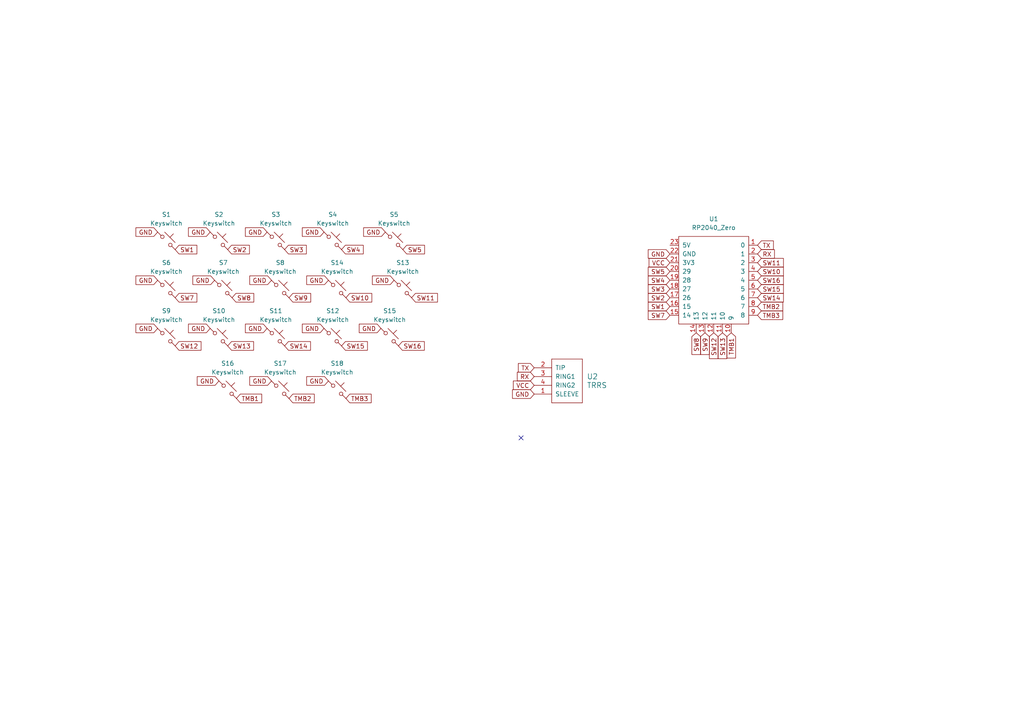
<source format=kicad_sch>
(kicad_sch (version 20250114) (generator "eeschema") (generator_version "9.0")
  (paper "A4")
  (lib_symbols
    (symbol "Symbols:MCU_RP2040_Zero" (pin_names (offset 1.016))
      (property "Reference" "U" (at 0 15.24 0))
      (property "Value" "RP2040_Zero" (at 0 12.7 0))
      (symbol "MCU_RP2040_Zero_0_1"
        (rectangle (start -10.16 11.43) (end 10.16 -13.97))
      )
      (symbol "MCU_RP2040_Zero_1_1"
        (pin power_out line (at -12.7 8.89 0) (length 2.54) (name "5V") (number "23"))
        (pin power_out line (at -12.7 6.35 0) (length 2.54) (name "GND") (number "22"))
        (pin power_out line (at -12.7 3.81 0) (length 2.54) (name "3V3") (number "21"))
        (pin bidirectional line (at -12.7 1.27 0) (length 2.54) (name "29") (number "20"))
        (pin bidirectional line (at -12.7 -1.27 0) (length 2.54) (name "28") (number "19"))
        (pin bidirectional line (at -12.7 -3.81 0) (length 2.54) (name "27") (number "18"))
        (pin bidirectional line (at -12.7 -6.35 0) (length 2.54) (name "26") (number "17"))
        (pin bidirectional line (at -12.7 -8.89 0) (length 2.54) (name "15") (number "16"))
        (pin bidirectional line (at -12.7 -11.43 0) (length 2.54) (name "14") (number "15"))
        (pin bidirectional line (at -5.08 -16.51 90) (length 2.54) (name "13") (number "14"))
        (pin bidirectional line (at -2.54 -16.51 90) (length 2.54) (name "12") (number "13"))
        (pin bidirectional line (at 0 -16.51 90) (length 2.54) (name "11") (number "12"))
        (pin bidirectional line (at 2.54 -16.51 90) (length 2.54) (name "10") (number "11"))
        (pin bidirectional line (at 5.08 -16.51 90) (length 2.54) (name "9") (number "10"))
        (pin bidirectional line (at 12.7 8.89 180) (length 2.54) (name "0") (number "1"))
        (pin bidirectional line (at 12.7 6.35 180) (length 2.54) (name "1") (number "2"))
        (pin bidirectional line (at 12.7 3.81 180) (length 2.54) (name "2") (number "3"))
        (pin bidirectional line (at 12.7 1.27 180) (length 2.54) (name "3") (number "4"))
        (pin bidirectional line (at 12.7 -1.27 180) (length 2.54) (name "4") (number "5"))
        (pin bidirectional line (at 12.7 -3.81 180) (length 2.54) (name "5") (number "6"))
        (pin bidirectional line (at 12.7 -6.35 180) (length 2.54) (name "6") (number "7"))
        (pin bidirectional line (at 12.7 -8.89 180) (length 2.54) (name "7") (number "8"))
        (pin bidirectional line (at 12.7 -11.43 180) (length 2.54) (name "8") (number "9"))
      )
    )
    (symbol "Symbols:Placeholder_Keyswitch" (pin_numbers (hide yes)) (pin_names (offset 1.016) (hide yes))
      (property "Reference" "S" (at 3.048 1.016 0))
      (property "Value" "Keyswitch" (at 0 -3.81 0))
      (symbol "Placeholder_Keyswitch_0_1"
        (polyline (pts (xy -2.54 2.54) (xy -1.524 1.524) (xy -1.524 1.524)))
        (circle (center -1.1684 1.1684) (radius 0.508))
        (polyline (pts (xy -0.508 2.54) (xy 2.54 -0.508)))
        (polyline (pts (xy 1.016 1.016) (xy 2.032 2.032)))
        (circle (center 1.143 -1.1938) (radius 0.508))
        (polyline (pts (xy 1.524 -1.524) (xy 2.54 -2.54) (xy 2.54 -2.54) (xy 2.54 -2.54)))
        (pin passive line (at -2.54 2.54 0) (length 0) (name "1") (number "1"))
        (pin passive line (at 2.54 -2.54 180) (length 0) (name "2") (number "2"))
      )
    )
    (symbol "Symbols:Placeholder_TRRS" (pin_names (offset 1.016))
      (property "Reference" "U" (at 0 15.24 0))
      (property "Value" "TRRS" (at 0 -2.54 0))
      (symbol "Placeholder_TRRS_0_1"
        (rectangle (start -3.81 12.7) (end 5.08 12.7))
        (rectangle (start -3.81 0) (end -3.81 12.7))
        (rectangle (start -3.81 0) (end 5.08 0))
        (rectangle (start 5.08 12.7) (end 5.08 0))
      )
      (symbol "Placeholder_TRRS_1_1"
        (pin input line (at -8.89 10.16 0) (length 5.08) (name "TIP") (number "2"))
        (pin input line (at -8.89 7.62 0) (length 5.08) (name "RING1") (number "3"))
        (pin input line (at -8.89 5.08 0) (length 5.08) (name "RING2") (number "4"))
        (pin input line (at -8.89 2.54 0) (length 5.08) (name "SLEEVE") (number "1"))
      )
    )
  )
  (no_connect (at 151.13 127))
  (global_label "SW3" (shape input) (at 82.55 72.39 0) (property "Intersheetrefs" "${INTERSHEET_REFS}" (effects (hide yes))))
  (global_label "SW15" (shape input) (at 219.71 83.82 0) (property "Intersheetrefs" "${INTERSHEET_REFS}" (effects (hide yes))))
  (global_label "SW11" (shape input) (at 219.71 76.2 0) (property "Intersheetrefs" "${INTERSHEET_REFS}" (effects (hide yes))))
  (global_label "SW7" (shape input) (at 194.31 91.44 180) (property "Intersheetrefs" "${INTERSHEET_REFS}" (effects (hide yes))))
  (global_label "GND" (shape input) (at 194.31 73.66 180) (property "Intersheetrefs" "${INTERSHEET_REFS}" (effects (hide yes))))
  (global_label "GND" (shape input) (at 114.3 81.28 180) (property "Intersheetrefs" "${INTERSHEET_REFS}" (effects (hide yes))))
  (global_label "GND" (shape input) (at 93.98 95.25 180) (property "Intersheetrefs" "${INTERSHEET_REFS}" (effects (hide yes))))
  (global_label "TMB2" (shape input) (at 83.82 115.57 0) (property "Intersheetrefs" "${INTERSHEET_REFS}" (effects (hide yes))))
  (global_label "SW1" (shape input) (at 194.31 88.9 180) (property "Intersheetrefs" "${INTERSHEET_REFS}" (effects (hide yes))))
  (global_label "GND" (shape input) (at 111.76 67.31 180) (property "Intersheetrefs" "${INTERSHEET_REFS}" (effects (hide yes))))
  (global_label "GND" (shape input) (at 45.72 67.31 180) (property "Intersheetrefs" "${INTERSHEET_REFS}" (effects (hide yes))))
  (global_label "SW7" (shape input) (at 50.8 86.36 0) (property "Intersheetrefs" "${INTERSHEET_REFS}" (effects (hide yes))))
  (global_label "GND" (shape input) (at 93.98 67.31 180) (property "Intersheetrefs" "${INTERSHEET_REFS}" (effects (hide yes))))
  (global_label "GND" (shape input) (at 62.23 81.28 180) (property "Intersheetrefs" "${INTERSHEET_REFS}" (effects (hide yes))))
  (global_label "TMB3" (shape input) (at 100.33 115.57 0) (property "Intersheetrefs" "${INTERSHEET_REFS}" (effects (hide yes))))
  (global_label "SW16" (shape input) (at 219.71 81.28 0) (property "Intersheetrefs" "${INTERSHEET_REFS}" (effects (hide yes))))
  (global_label "SW1" (shape input) (at 50.8 72.39 0) (property "Intersheetrefs" "${INTERSHEET_REFS}" (effects (hide yes))))
  (global_label "VCC" (shape input) (at 154.94 111.76 180) (property "Intersheetrefs" "${INTERSHEET_REFS}" (effects (hide yes))))
  (global_label "SW9" (shape input) (at 204.47 96.52 270) (property "Intersheetrefs" "${INTERSHEET_REFS}" (effects (hide yes))))
  (global_label "GND" (shape input) (at 63.5 110.49 180) (property "Intersheetrefs" "${INTERSHEET_REFS}" (effects (hide yes))))
  (global_label "SW10" (shape input) (at 219.71 78.74 0) (property "Intersheetrefs" "${INTERSHEET_REFS}" (effects (hide yes))))
  (global_label "TX" (shape input) (at 219.71 71.12 0) (property "Intersheetrefs" "${INTERSHEET_REFS}" (effects (hide yes))))
  (global_label "SW16" (shape input) (at 115.57 100.33 0) (property "Intersheetrefs" "${INTERSHEET_REFS}" (effects (hide yes))))
  (global_label "TMB1" (shape input) (at 212.09 96.52 270) (property "Intersheetrefs" "${INTERSHEET_REFS}" (effects (hide yes))))
  (global_label "TMB1" (shape input) (at 68.58 115.57 0) (property "Intersheetrefs" "${INTERSHEET_REFS}" (effects (hide yes))))
  (global_label "SW14" (shape input) (at 82.55 100.33 0) (property "Intersheetrefs" "${INTERSHEET_REFS}" (effects (hide yes))))
  (global_label "GND" (shape input) (at 60.96 95.25 180) (property "Intersheetrefs" "${INTERSHEET_REFS}" (effects (hide yes))))
  (global_label "SW5" (shape input) (at 194.31 78.74 180) (property "Intersheetrefs" "${INTERSHEET_REFS}" (effects (hide yes))))
  (global_label "SW4" (shape input) (at 99.06 72.39 0) (property "Intersheetrefs" "${INTERSHEET_REFS}" (effects (hide yes))))
  (global_label "SW8" (shape input) (at 201.93 96.52 270) (property "Intersheetrefs" "${INTERSHEET_REFS}" (effects (hide yes))))
  (global_label "SW11" (shape input) (at 119.38 86.36 0) (property "Intersheetrefs" "${INTERSHEET_REFS}" (effects (hide yes))))
  (global_label "GND" (shape input) (at 77.47 67.31 180) (property "Intersheetrefs" "${INTERSHEET_REFS}" (effects (hide yes))))
  (global_label "SW10" (shape input) (at 100.33 86.36 0) (property "Intersheetrefs" "${INTERSHEET_REFS}" (effects (hide yes))))
  (global_label "SW12" (shape input) (at 207.01 96.52 270) (property "Intersheetrefs" "${INTERSHEET_REFS}" (effects (hide yes))))
  (global_label "GND" (shape input) (at 78.74 81.28 180) (property "Intersheetrefs" "${INTERSHEET_REFS}" (effects (hide yes))))
  (global_label "VCC" (shape input) (at 194.31 76.2 180) (property "Intersheetrefs" "${INTERSHEET_REFS}" (effects (hide yes))))
  (global_label "SW13" (shape input) (at 66.04 100.33 0) (property "Intersheetrefs" "${INTERSHEET_REFS}" (effects (hide yes))))
  (global_label "GND" (shape input) (at 45.72 81.28 180) (property "Intersheetrefs" "${INTERSHEET_REFS}" (effects (hide yes))))
  (global_label "GND" (shape input) (at 110.49 95.25 180) (property "Intersheetrefs" "${INTERSHEET_REFS}" (effects (hide yes))))
  (global_label "SW9" (shape input) (at 83.82 86.36 0) (property "Intersheetrefs" "${INTERSHEET_REFS}" (effects (hide yes))))
  (global_label "GND" (shape input) (at 45.72 95.25 180) (property "Intersheetrefs" "${INTERSHEET_REFS}" (effects (hide yes))))
  (global_label "TMB3" (shape input) (at 219.71 91.44 0) (property "Intersheetrefs" "${INTERSHEET_REFS}" (effects (hide yes))))
  (global_label "GND" (shape input) (at 77.47 95.25 180) (property "Intersheetrefs" "${INTERSHEET_REFS}" (effects (hide yes))))
  (global_label "GND" (shape input) (at 154.94 114.3 180) (property "Intersheetrefs" "${INTERSHEET_REFS}" (effects (hide yes))))
  (global_label "SW12" (shape input) (at 50.8 100.33 0) (property "Intersheetrefs" "${INTERSHEET_REFS}" (effects (hide yes))))
  (global_label "GND" (shape input) (at 78.74 110.49 180) (property "Intersheetrefs" "${INTERSHEET_REFS}" (effects (hide yes))))
  (global_label "SW4" (shape input) (at 194.31 81.28 180) (property "Intersheetrefs" "${INTERSHEET_REFS}" (effects (hide yes))))
  (global_label "GND" (shape input) (at 95.25 81.28 180) (property "Intersheetrefs" "${INTERSHEET_REFS}" (effects (hide yes))))
  (global_label "RX" (shape input) (at 154.94 109.22 180) (property "Intersheetrefs" "${INTERSHEET_REFS}" (effects (hide yes))))
  (global_label "TMB2" (shape input) (at 219.71 88.9 0) (property "Intersheetrefs" "${INTERSHEET_REFS}" (effects (hide yes))))
  (global_label "GND" (shape input) (at 95.25 110.49 180) (property "Intersheetrefs" "${INTERSHEET_REFS}" (effects (hide yes))))
  (global_label "SW5" (shape input) (at 116.84 72.39 0) (property "Intersheetrefs" "${INTERSHEET_REFS}" (effects (hide yes))))
  (global_label "SW3" (shape input) (at 194.31 83.82 180) (property "Intersheetrefs" "${INTERSHEET_REFS}" (effects (hide yes))))
  (global_label "SW2" (shape input) (at 194.31 86.36 180) (property "Intersheetrefs" "${INTERSHEET_REFS}" (effects (hide yes))))
  (global_label "SW13" (shape input) (at 209.55 96.52 270) (property "Intersheetrefs" "${INTERSHEET_REFS}" (effects (hide yes))))
  (global_label "SW8" (shape input) (at 67.31 86.36 0) (property "Intersheetrefs" "${INTERSHEET_REFS}" (effects (hide yes))))
  (global_label "RX" (shape input) (at 219.71 73.66 0) (property "Intersheetrefs" "${INTERSHEET_REFS}" (effects (hide yes))))
  (global_label "SW2" (shape input) (at 66.04 72.39 0) (property "Intersheetrefs" "${INTERSHEET_REFS}" (effects (hide yes))))
  (global_label "GND" (shape input) (at 60.96 67.31 180) (property "Intersheetrefs" "${INTERSHEET_REFS}" (effects (hide yes))))
  (global_label "SW14" (shape input) (at 219.71 86.36 0) (property "Intersheetrefs" "${INTERSHEET_REFS}" (effects (hide yes))))
  (global_label "SW15" (shape input) (at 99.06 100.33 0) (property "Intersheetrefs" "${INTERSHEET_REFS}" (effects (hide yes))))
  (global_label "TX" (shape input) (at 154.94 106.68 180) (property "Intersheetrefs" "${INTERSHEET_REFS}" (effects (hide yes))))
  (symbol (lib_id "Symbols:MCU_RP2040_Zero") (at 207.01 80.01 0) (unit 1)
    (property "Reference" "U1" (at 207.01 63.5 0))
    (property "Value" "RP2040_Zero" (at 207.01 66.04 0))
    (property "Footprint" "Footprints:RP2040_Zero" (effects (hide yes)))
  )
  (symbol (lib_id "Symbols:Placeholder_Keyswitch") (at 48.26 83.82 0) (unit 1)
    (property "Reference" "S6" (at 48.26 76.2 0))
    (property "Value" "Keyswitch" (at 48.26 78.74 0))
    (property "Footprint" "Footprints:Choc_V1_rev_test_no_bounds" (effects (hide yes)))
    (property "Description" "Push button switch, normally open, two pins, 45° tilted" (effects (hide yes)))
  )
  (symbol (lib_id "Symbols:Placeholder_Keyswitch") (at 97.79 113.03 0) (unit 1)
    (property "Reference" "S18" (at 97.79 105.41 0))
    (property "Value" "Keyswitch" (at 97.79 107.95 0))
    (property "Footprint" "Footprints:Choc_V1_rev_test_no_bounds" (effects (hide yes)))
    (property "Description" "Push button switch, normally open, two pins, 45° tilted" (effects (hide yes)))
  )
  (symbol (lib_id "Symbols:Placeholder_Keyswitch") (at 96.52 69.85 0) (unit 1)
    (property "Reference" "S4" (at 96.52 62.23 0))
    (property "Value" "Keyswitch" (at 96.52 64.77 0))
    (property "Footprint" "Footprints:Choc_V1_rev_test_no_bounds" (effects (hide yes)))
    (property "Description" "Push button switch, normally open, two pins, 45° tilted" (effects (hide yes)))
  )
  (symbol (lib_id "Symbols:Placeholder_Keyswitch") (at 81.28 83.82 0) (unit 1)
    (property "Reference" "S8" (at 81.28 76.2 0))
    (property "Value" "Keyswitch" (at 81.28 78.74 0))
    (property "Footprint" "Footprints:Choc_V1_rev_test_no_bounds" (effects (hide yes)))
    (property "Description" "Push button switch, normally open, two pins, 45° tilted" (effects (hide yes)))
  )
  (symbol (lib_id "Symbols:Placeholder_Keyswitch") (at 48.26 97.79 0) (unit 1)
    (property "Reference" "S9" (at 48.26 90.17 0))
    (property "Value" "Keyswitch" (at 48.26 92.71 0))
    (property "Footprint" "Footprints:Choc_V1_rev_test_no_bounds" (effects (hide yes)))
    (property "Description" "Push button switch, normally open, two pins, 45° tilted" (effects (hide yes)))
  )
  (symbol (lib_id "Symbols:Placeholder_Keyswitch") (at 97.79 83.82 0) (unit 1)
    (property "Reference" "S14" (at 97.79 76.2 0))
    (property "Value" "Keyswitch" (at 97.79 78.74 0))
    (property "Footprint" "Footprints:Choc_V1_rev_test_no_bounds" (effects (hide yes)))
    (property "Description" "Push button switch, normally open, two pins, 45° tilted" (effects (hide yes)))
  )
  (symbol (lib_id "Symbols:Placeholder_Keyswitch") (at 114.3 69.85 0) (unit 1)
    (property "Reference" "S5" (at 114.3 62.23 0))
    (property "Value" "Keyswitch" (at 114.3 64.77 0))
    (property "Footprint" "Footprints:Choc_V1_rev_test_no_bounds" (effects (hide yes)))
    (property "Description" "Push button switch, normally open, two pins, 45° tilted" (effects (hide yes)))
  )
  (symbol (lib_id "Symbols:Placeholder_Keyswitch") (at 63.5 97.79 0) (unit 1)
    (property "Reference" "S10" (at 63.5 90.17 0))
    (property "Value" "Keyswitch" (at 63.5 92.71 0))
    (property "Footprint" "Footprints:Choc_V1_rev_test_no_bounds" (effects (hide yes)))
    (property "Description" "Push button switch, normally open, two pins, 45° tilted" (effects (hide yes)))
  )
  (symbol (lib_id "Symbols:Placeholder_Keyswitch") (at 113.03 97.79 0) (unit 1)
    (property "Reference" "S15" (at 113.03 90.17 0))
    (property "Value" "Keyswitch" (at 113.03 92.71 0))
    (property "Footprint" "Footprints:Choc_V1_rev_test_no_bounds" (effects (hide yes)))
    (property "Description" "Push button switch, normally open, two pins, 45° tilted" (effects (hide yes)))
  )
  (symbol (lib_id "Symbols:Placeholder_Keyswitch") (at 96.52 97.79 0) (unit 1)
    (property "Reference" "S12" (at 96.52 90.17 0))
    (property "Value" "Keyswitch" (at 96.52 92.71 0))
    (property "Footprint" "Footprints:Choc_V1_rev_test_no_bounds" (effects (hide yes)))
    (property "Description" "Push button switch, normally open, two pins, 45° tilted" (effects (hide yes)))
  )
  (symbol (lib_id "Symbols:Placeholder_Keyswitch") (at 66.04 113.03 0) (unit 1)
    (property "Reference" "S16" (at 66.04 105.41 0))
    (property "Value" "Keyswitch" (at 66.04 107.95 0))
    (property "Footprint" "Footprints:Choc_V1_rev_test_no_bounds" (effects (hide yes)))
    (property "Description" "Push button switch, normally open, two pins, 45° tilted" (effects (hide yes)))
  )
  (symbol (lib_id "Symbols:Placeholder_Keyswitch") (at 63.5 69.85 0) (unit 1)
    (property "Reference" "S2" (at 63.5 62.23 0))
    (property "Value" "Keyswitch" (at 63.5 64.77 0))
    (property "Footprint" "Footprints:Choc_V1_rev_test_no_bounds" (effects (hide yes)))
    (property "Description" "Push button switch, normally open, two pins, 45° tilted" (effects (hide yes)))
  )
  (symbol (lib_id "Symbols:Placeholder_Keyswitch") (at 80.01 97.79 0) (unit 1)
    (property "Reference" "S11" (at 80.01 90.17 0))
    (property "Value" "Keyswitch" (at 80.01 92.71 0))
    (property "Footprint" "Footprints:Choc_V1_rev_test_no_bounds" (effects (hide yes)))
    (property "Description" "Push button switch, normally open, two pins, 45° tilted" (effects (hide yes)))
  )
  (symbol (lib_id "Symbols:Placeholder_TRRS") (at 163.83 116.84 0) (unit 1)
    (property "Reference" "U2" (at 170.18 109.2199 0) (effects (font (size 1.524 1.524)) (justify left)))
    (property "Value" "TRRS" (at 170.18 111.7599 0) (effects (font (size 1.524 1.524)) (justify left)))
    (property "Footprint" "Footprints:TRRS_PJ-320A" (effects (hide yes)))
  )
  (symbol (lib_id "Symbols:Placeholder_Keyswitch") (at 48.26 69.85 0) (unit 1)
    (property "Reference" "S1" (at 48.26 62.23 0))
    (property "Value" "Keyswitch" (at 48.26 64.77 0))
    (property "Footprint" "Footprints:Choc_V1_rev_test_no_bounds" (effects (hide yes)))
    (property "Description" "Push button switch, normally open, two pins, 45° tilted" (effects (hide yes)))
  )
  (symbol (lib_id "Symbols:Placeholder_Keyswitch") (at 80.01 69.85 0) (unit 1)
    (property "Reference" "S3" (at 80.01 62.23 0))
    (property "Value" "Keyswitch" (at 80.01 64.77 0))
    (property "Footprint" "Footprints:Choc_V1_rev_test_no_bounds" (effects (hide yes)))
    (property "Description" "Push button switch, normally open, two pins, 45° tilted" (effects (hide yes)))
  )
  (symbol (lib_id "Symbols:Placeholder_Keyswitch") (at 81.28 113.03 0) (unit 1)
    (property "Reference" "S17" (at 81.28 105.41 0))
    (property "Value" "Keyswitch" (at 81.28 107.95 0))
    (property "Footprint" "Footprints:Choc_V1_rev_test_no_bounds" (effects (hide yes)))
    (property "Description" "Push button switch, normally open, two pins, 45° tilted" (effects (hide yes)))
  )
  (symbol (lib_id "Symbols:Placeholder_Keyswitch") (at 64.77 83.82 0) (unit 1)
    (property "Reference" "S7" (at 64.77 76.2 0))
    (property "Value" "Keyswitch" (at 64.77 78.74 0))
    (property "Footprint" "Footprints:Choc_V1_rev_test_no_bounds" (effects (hide yes)))
    (property "Description" "Push button switch, normally open, two pins, 45° tilted" (effects (hide yes)))
  )
  (symbol (lib_id "Symbols:Placeholder_Keyswitch") (at 116.84 83.82 0) (unit 1)
    (property "Reference" "S13" (at 116.84 76.2 0))
    (property "Value" "Keyswitch" (at 116.84 78.74 0))
    (property "Footprint" "Footprints:Choc_V1_rev_test_no_bounds" (effects (hide yes)))
    (property "Description" "Push button switch, normally open, two pins, 45° tilted" (effects (hide yes)))
  )
)
</source>
